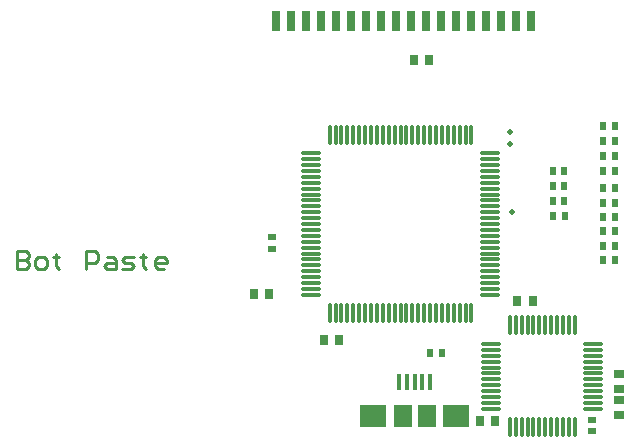
<source format=gbp>
G04*
G04 #@! TF.GenerationSoftware,Altium Limited,Altium Designer,20.2.6 (244)*
G04*
G04 Layer_Color=128*
%FSLAX24Y24*%
%MOIN*%
G70*
G04*
G04 #@! TF.SameCoordinates,49DCD013-E9FA-4731-AA8E-B93FF918964A*
G04*
G04*
G04 #@! TF.FilePolarity,Positive*
G04*
G01*
G75*
%ADD15C,0.0100*%
%ADD21R,0.0256X0.0217*%
%ADD22C,0.0200*%
%ADD23R,0.0256X0.0354*%
%ADD32R,0.0354X0.0256*%
%ADD40R,0.0217X0.0256*%
G04:AMPARAMS|DCode=67|XSize=11.8mil|YSize=65mil|CornerRadius=1.9mil|HoleSize=0mil|Usage=FLASHONLY|Rotation=270.000|XOffset=0mil|YOffset=0mil|HoleType=Round|Shape=RoundedRectangle|*
%AMROUNDEDRECTD67*
21,1,0.0118,0.0611,0,0,270.0*
21,1,0.0079,0.0650,0,0,270.0*
1,1,0.0039,-0.0305,-0.0040*
1,1,0.0039,-0.0305,0.0040*
1,1,0.0039,0.0305,0.0040*
1,1,0.0039,0.0305,-0.0040*
%
%ADD67ROUNDEDRECTD67*%
G04:AMPARAMS|DCode=68|XSize=11.8mil|YSize=65mil|CornerRadius=1.9mil|HoleSize=0mil|Usage=FLASHONLY|Rotation=180.000|XOffset=0mil|YOffset=0mil|HoleType=Round|Shape=RoundedRectangle|*
%AMROUNDEDRECTD68*
21,1,0.0118,0.0611,0,0,180.0*
21,1,0.0079,0.0650,0,0,180.0*
1,1,0.0039,-0.0040,0.0305*
1,1,0.0039,0.0040,0.0305*
1,1,0.0039,0.0040,-0.0305*
1,1,0.0039,-0.0040,-0.0305*
%
%ADD68ROUNDEDRECTD68*%
%ADD69R,0.0300X0.0700*%
%ADD70O,0.0709X0.0118*%
%ADD71O,0.0118X0.0709*%
%ADD72R,0.0610X0.0748*%
%ADD73R,0.0906X0.0748*%
%ADD74R,0.0157X0.0551*%
D15*
X-7400Y-10498D02*
Y-11097D01*
X-7101D01*
X-7001Y-10997D01*
Y-10898D01*
X-7101Y-10798D01*
X-7400D01*
X-7101D01*
X-7001Y-10698D01*
Y-10598D01*
X-7101Y-10498D01*
X-7400D01*
X-6701Y-11097D02*
X-6501D01*
X-6401Y-10997D01*
Y-10798D01*
X-6501Y-10698D01*
X-6701D01*
X-6801Y-10798D01*
Y-10997D01*
X-6701Y-11097D01*
X-6101Y-10598D02*
Y-10698D01*
X-6201D01*
X-6001D01*
X-6101D01*
Y-10997D01*
X-6001Y-11097D01*
X-5101D02*
Y-10498D01*
X-4801D01*
X-4701Y-10598D01*
Y-10798D01*
X-4801Y-10898D01*
X-5101D01*
X-4401Y-10698D02*
X-4202D01*
X-4102Y-10798D01*
Y-11097D01*
X-4401D01*
X-4501Y-10997D01*
X-4401Y-10898D01*
X-4102D01*
X-3902Y-11097D02*
X-3602D01*
X-3502Y-10997D01*
X-3602Y-10898D01*
X-3802D01*
X-3902Y-10798D01*
X-3802Y-10698D01*
X-3502D01*
X-3202Y-10598D02*
Y-10698D01*
X-3302D01*
X-3102D01*
X-3202D01*
Y-10997D01*
X-3102Y-11097D01*
X-2502D02*
X-2702D01*
X-2802Y-10997D01*
Y-10798D01*
X-2702Y-10698D01*
X-2502D01*
X-2402Y-10798D01*
Y-10898D01*
X-2802D01*
D21*
X1102Y-10039D02*
D03*
Y-10433D02*
D03*
X11770Y-16123D02*
D03*
Y-16517D02*
D03*
D22*
X9100Y-9200D02*
D03*
X9029Y-6940D02*
D03*
Y-6550D02*
D03*
D23*
X9291Y-12165D02*
D03*
X9803D02*
D03*
X3342Y-13460D02*
D03*
X2830D02*
D03*
X512Y-11929D02*
D03*
X1024D02*
D03*
X8543Y-16181D02*
D03*
X8031D02*
D03*
X5827Y-4134D02*
D03*
X6339D02*
D03*
D32*
X12677Y-15472D02*
D03*
Y-15984D02*
D03*
Y-14606D02*
D03*
Y-15118D02*
D03*
D40*
X12547Y-6350D02*
D03*
X12153D02*
D03*
X10857Y-8347D02*
D03*
X10463D02*
D03*
X12547Y-7850D02*
D03*
X12153D02*
D03*
X6378Y-13898D02*
D03*
X6772D02*
D03*
X12547Y-6850D02*
D03*
X12153D02*
D03*
X12153Y-7350D02*
D03*
X12547D02*
D03*
X12547Y-9850D02*
D03*
X12153D02*
D03*
X12537Y-10347D02*
D03*
X12143D02*
D03*
X12547Y-8399D02*
D03*
X12153D02*
D03*
X12547Y-8915D02*
D03*
X12153D02*
D03*
X12547Y-9360D02*
D03*
X12153D02*
D03*
X10857Y-8843D02*
D03*
X10463D02*
D03*
X12153Y-10804D02*
D03*
X12547D02*
D03*
X10867Y-9340D02*
D03*
X10473D02*
D03*
X10857Y-7850D02*
D03*
X10463D02*
D03*
D67*
X8415Y-13602D02*
D03*
Y-13799D02*
D03*
Y-13996D02*
D03*
Y-14193D02*
D03*
Y-14390D02*
D03*
Y-14587D02*
D03*
Y-14783D02*
D03*
Y-14980D02*
D03*
Y-15177D02*
D03*
Y-15374D02*
D03*
Y-15571D02*
D03*
Y-15768D02*
D03*
X11821D02*
D03*
Y-15571D02*
D03*
Y-15374D02*
D03*
Y-15177D02*
D03*
Y-14980D02*
D03*
Y-14783D02*
D03*
Y-14587D02*
D03*
Y-14390D02*
D03*
Y-14193D02*
D03*
Y-13996D02*
D03*
Y-13799D02*
D03*
Y-13602D02*
D03*
D68*
X9035Y-16388D02*
D03*
X9232D02*
D03*
X9429D02*
D03*
X9626D02*
D03*
X9823D02*
D03*
X10020D02*
D03*
X10217D02*
D03*
X10413D02*
D03*
X10610D02*
D03*
X10807D02*
D03*
X11004D02*
D03*
X11201D02*
D03*
Y-12982D02*
D03*
X11004D02*
D03*
X10807D02*
D03*
X10610D02*
D03*
X10413D02*
D03*
X10217D02*
D03*
X10020D02*
D03*
X9823D02*
D03*
X9626D02*
D03*
X9429D02*
D03*
X9232D02*
D03*
X9035D02*
D03*
D69*
X1238Y-2824D02*
D03*
X1738D02*
D03*
X2238D02*
D03*
X2738D02*
D03*
X3238D02*
D03*
X3738D02*
D03*
X4238D02*
D03*
X4738D02*
D03*
X5238D02*
D03*
X5738D02*
D03*
X6238D02*
D03*
X6738D02*
D03*
X7238D02*
D03*
X7738D02*
D03*
X9738D02*
D03*
X9238D02*
D03*
X8738D02*
D03*
X8238D02*
D03*
D70*
X2421Y-7244D02*
D03*
Y-7441D02*
D03*
Y-7638D02*
D03*
Y-7835D02*
D03*
Y-8031D02*
D03*
Y-8228D02*
D03*
Y-8425D02*
D03*
Y-8622D02*
D03*
Y-8819D02*
D03*
Y-9016D02*
D03*
Y-9213D02*
D03*
Y-9409D02*
D03*
Y-9606D02*
D03*
Y-9803D02*
D03*
Y-10000D02*
D03*
Y-10197D02*
D03*
Y-10394D02*
D03*
Y-10591D02*
D03*
Y-10787D02*
D03*
Y-10984D02*
D03*
Y-11181D02*
D03*
Y-11378D02*
D03*
Y-11575D02*
D03*
Y-11772D02*
D03*
Y-11968D02*
D03*
X8366D02*
D03*
Y-11772D02*
D03*
Y-11575D02*
D03*
Y-11378D02*
D03*
Y-11181D02*
D03*
Y-10197D02*
D03*
Y-10000D02*
D03*
Y-9803D02*
D03*
Y-9606D02*
D03*
Y-9409D02*
D03*
Y-9213D02*
D03*
Y-9016D02*
D03*
Y-8819D02*
D03*
Y-8622D02*
D03*
Y-8425D02*
D03*
Y-8228D02*
D03*
Y-8031D02*
D03*
Y-7835D02*
D03*
Y-7638D02*
D03*
Y-7441D02*
D03*
Y-7244D02*
D03*
Y-10394D02*
D03*
Y-10787D02*
D03*
Y-10984D02*
D03*
Y-10591D02*
D03*
D71*
X3031Y-12579D02*
D03*
X3228D02*
D03*
X3425D02*
D03*
X3622D02*
D03*
X3819D02*
D03*
X4016D02*
D03*
X4213D02*
D03*
X4409D02*
D03*
X4606D02*
D03*
X4803D02*
D03*
X5000D02*
D03*
X5197D02*
D03*
X5394D02*
D03*
X5591D02*
D03*
X5787D02*
D03*
X5984D02*
D03*
X6181D02*
D03*
X6378D02*
D03*
X6575D02*
D03*
X6772D02*
D03*
X6969D02*
D03*
X7165D02*
D03*
X7362D02*
D03*
X7559D02*
D03*
X7756D02*
D03*
Y-6634D02*
D03*
X7559D02*
D03*
X7362D02*
D03*
X7165D02*
D03*
X6969D02*
D03*
X6772D02*
D03*
X6575D02*
D03*
X6378D02*
D03*
X6181D02*
D03*
X5984D02*
D03*
X5787D02*
D03*
X5591D02*
D03*
X5394D02*
D03*
X5197D02*
D03*
X5000D02*
D03*
X4803D02*
D03*
X4606D02*
D03*
X4409D02*
D03*
X4213D02*
D03*
X4016D02*
D03*
X3819D02*
D03*
X3622D02*
D03*
X3425D02*
D03*
X3228D02*
D03*
X3031D02*
D03*
D72*
X5463Y-16004D02*
D03*
X6270D02*
D03*
D73*
X4488D02*
D03*
X7244D02*
D03*
D74*
X5354Y-14882D02*
D03*
X5610D02*
D03*
X5866D02*
D03*
X6122D02*
D03*
X6378D02*
D03*
M02*

</source>
